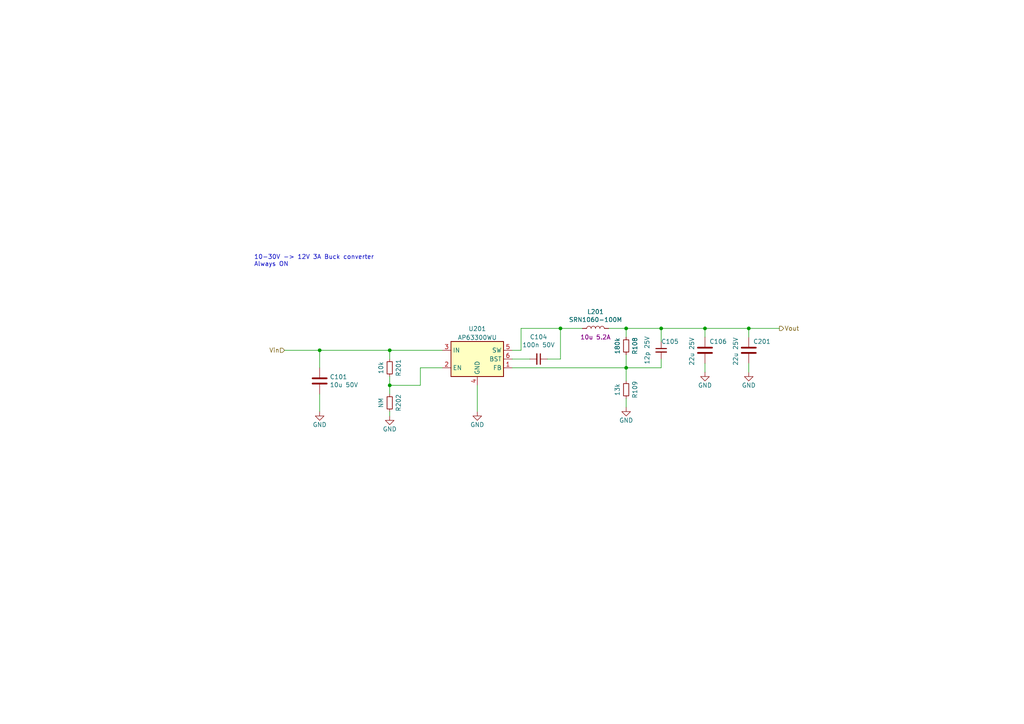
<source format=kicad_sch>
(kicad_sch (version 20230121) (generator eeschema)
  (paper "A4")
  (lib_symbols
    (symbol "Device:C" (pin_numbers hide) (pin_names (offset 0.254))
      (property "Reference" "C" (at 0.635 2.54 0))
      (property "Value" "C" (at 0.635 -2.54 0))
      (symbol "C_0_1"
        (polyline (pts (xy -2.032 -0.762) (xy 2.032 -0.762)) (stroke (width 0.508)))
        (polyline (pts (xy -2.032 0.762) (xy 2.032 0.762)) (stroke (width 0.508)))
      )
      (symbol "C_1_1"
        (pin passive line (at 0 3.81 270) (length 2.794) (name "~") (number "1"))
        (pin passive line (at 0 -3.81 90) (length 2.794) (name "~") (number "2"))
      )
    )
    (symbol "Device:C_Small" (pin_numbers hide) (pin_names (offset 0.254) hide)
      (property "Reference" "C" (at 0.254 1.778 0))
      (property "Value" "C_Small" (at 0.254 -2.032 0))
      (symbol "C_Small_0_1"
        (polyline (pts (xy -1.524 -0.508) (xy 1.524 -0.508)) (stroke (width 0.3302)))
        (polyline (pts (xy -1.524 0.508) (xy 1.524 0.508)) (stroke (width 0.3048)))
      )
      (symbol "C_Small_1_1"
        (pin passive line (at 0 2.54 270) (length 2.032) (name "~") (number "1"))
        (pin passive line (at 0 -2.54 90) (length 2.032) (name "~") (number "2"))
      )
    )
    (symbol "Device:L" (pin_numbers hide) (pin_names (offset 1.016) hide)
      (property "Reference" "L" (at -1.27 0 90))
      (property "Value" "L" (at 1.905 0 90))
      (symbol "L_0_1"
        (arc (start 0 -2.54) (mid 0.6323 -1.905) (end 0 -1.27))
        (arc (start 0 -1.27) (mid 0.6323 -0.635) (end 0 0))
        (arc (start 0 0) (mid 0.6323 0.635) (end 0 1.27))
        (arc (start 0 1.27) (mid 0.6323 1.905) (end 0 2.54))
      )
      (symbol "L_1_1"
        (pin passive line (at 0 3.81 270) (length 1.27) (name "1") (number "1"))
        (pin passive line (at 0 -3.81 90) (length 1.27) (name "2") (number "2"))
      )
    )
    (symbol "Device:R_Small" (pin_numbers hide) (pin_names (offset 0.254) hide)
      (property "Reference" "R" (at 0.762 0.508 0))
      (property "Value" "R_Small" (at 0.762 -1.016 0))
      (symbol "R_Small_0_1"
        (rectangle (start -0.762 1.778) (end 0.762 -1.778) (stroke (width 0.2032)))
      )
      (symbol "R_Small_1_1"
        (pin passive line (at 0 2.54 270) (length 0.762) (name "~") (number "1"))
        (pin passive line (at 0 -2.54 90) (length 0.762) (name "~") (number "2"))
      )
    )
    (symbol "Regulator_Switching:AP63200WU"
      (property "Reference" "U" (at -7.62 6.35 0))
      (property "Value" "AP63200WU" (at 2.54 6.35 0))
      (symbol "AP63200WU_0_1"
        (rectangle (start -7.62 5.08) (end 7.62 -5.08) (stroke (width 0.254)) (fill (type background)))
      )
      (symbol "AP63200WU_1_1"
        (pin input line (at 10.16 -2.54 180) (length 2.54) (name "FB") (number "1"))
        (pin input line (at -10.16 -2.54 0) (length 2.54) (name "EN") (number "2"))
        (pin power_in line (at -10.16 2.54 0) (length 2.54) (name "IN") (number "3"))
        (pin power_in line (at 0 -7.62 90) (length 2.54) (name "GND") (number "4"))
        (pin output line (at 10.16 2.54 180) (length 2.54) (name "SW") (number "5"))
        (pin passive line (at 10.16 0 180) (length 2.54) (name "BST") (number "6"))
      )
    )
    (symbol "power:GND" (power) (pin_names (offset 0))
      (property "Value" "GND" (at 0 -3.81 0))
      (symbol "GND_0_1"
        (polyline (pts (xy 0 0) (xy 0 -1.27) (xy 1.27 -1.27) (xy 0 -2.54) (xy -1.27 -1.27) (xy 0 -1.27)))
      )
      (symbol "GND_1_1"
        (pin power_in line (at 0 0 270) (length 0) hide (name "GND") (number "1"))
      )
    )
  )
  (junction (at 92.71 101.6))
  (junction (at 181.61 95.25))
  (junction (at 217.17 95.25))
  (junction (at 113.03 111.76))
  (junction (at 181.61 106.68))
  (junction (at 204.47 95.25))
  (junction (at 113.03 101.6))
  (junction (at 191.77 95.25))
  (junction (at 162.56 95.25))
  (wire (pts (xy 153.67 104.14) (xy 148.59 104.14)))
  (wire (pts (xy 162.56 104.14) (xy 158.75 104.14)))
  (wire (pts (xy 121.92 111.76) (xy 121.92 106.68)))
  (wire (pts (xy 217.17 95.25) (xy 217.17 97.79)))
  (wire (pts (xy 168.91 95.25) (xy 162.56 95.25)))
  (wire (pts (xy 113.03 120.65) (xy 113.03 119.38)))
  (wire (pts (xy 151.13 101.6) (xy 151.13 95.25)))
  (wire (pts (xy 113.03 109.22) (xy 113.03 111.76)))
  (wire (pts (xy 204.47 95.25) (xy 217.17 95.25)))
  (wire (pts (xy 113.03 111.76) (xy 113.03 114.3)))
  (wire (pts (xy 82.55 101.6) (xy 92.71 101.6)))
  (wire (pts (xy 121.92 106.68) (xy 128.27 106.68)))
  (wire (pts (xy 181.61 115.57) (xy 181.61 118.11)))
  (wire (pts (xy 204.47 107.95) (xy 204.47 105.41)))
  (wire (pts (xy 191.77 106.68) (xy 181.61 106.68)))
  (wire (pts (xy 148.59 106.68) (xy 181.61 106.68)))
  (wire (pts (xy 181.61 106.68) (xy 181.61 110.49)))
  (wire (pts (xy 181.61 97.79) (xy 181.61 95.25)))
  (wire (pts (xy 191.77 95.25) (xy 191.77 99.06)))
  (wire (pts (xy 151.13 95.25) (xy 162.56 95.25)))
  (wire (pts (xy 217.17 107.95) (xy 217.17 105.41)))
  (wire (pts (xy 138.43 111.76) (xy 138.43 119.38)))
  (wire (pts (xy 176.53 95.25) (xy 181.61 95.25)))
  (wire (pts (xy 204.47 95.25) (xy 204.47 97.79)))
  (wire (pts (xy 92.71 106.68) (xy 92.71 101.6)))
  (wire (pts (xy 113.03 104.14) (xy 113.03 101.6)))
  (wire (pts (xy 148.59 101.6) (xy 151.13 101.6)))
  (wire (pts (xy 191.77 104.14) (xy 191.77 106.68)))
  (wire (pts (xy 92.71 101.6) (xy 113.03 101.6)))
  (wire (pts (xy 191.77 95.25) (xy 204.47 95.25)))
  (wire (pts (xy 92.71 114.3) (xy 92.71 119.38)))
  (wire (pts (xy 217.17 95.25) (xy 226.06 95.25)))
  (wire (pts (xy 113.03 101.6) (xy 128.27 101.6)))
  (wire (pts (xy 162.56 95.25) (xy 162.56 104.14)))
  (wire (pts (xy 113.03 111.76) (xy 121.92 111.76)))
  (wire (pts (xy 181.61 102.87) (xy 181.61 106.68)))
  (wire (pts (xy 181.61 95.25) (xy 191.77 95.25)))
  (text "10-30V -> 12V 3A Buck converter\nAlways ON" (at 73.66 77.47 0) (effects (font (size 1.27 1.27)) (justify left bottom)))
  (hierarchical_label "Vout" (shape output) (at 226.06 95.25 0))
  (hierarchical_label "Vin" (shape input) (at 82.55 101.6 180))
  (symbol (lib_id "power:GND") (at 138.43 119.38 0) (unit 1)
    (property "Reference" "#PWR0117" (effects hide))
    (property "Value" "GND" (at 138.43 123.19 0))
  )
  (symbol (lib_id "Device:C") (at 92.71 110.49 0) (mirror y) (unit 1)
    (property "Reference" "C101" (at 95.631 109.3216 0) (effects (justify right)))
    (property "Value" "10u 50V" (at 95.631 111.633 0) (effects (justify right)))
    (property "Footprint" "Capacitor_SMD:C_1206_3216Metric" (effects hide))
  )
  (symbol (lib_id "power:GND") (at 92.71 119.38 0) (unit 1)
    (property "Reference" "#PWR0103" (effects hide))
    (property "Value" "GND" (at 92.71 123.19 0))
  )
  (symbol (lib_id "Device:C_Small") (at 156.21 104.14 270) (unit 1)
    (property "Reference" "C104" (at 156.21 97.7392 90))
    (property "Value" "100n 50V" (at 156.21 100.0506 90))
    (property "Footprint" "Capacitor_SMD:C_0603_1608Metric" (effects hide))
  )
  (symbol (lib_id "Device:C") (at 204.47 101.6 0) (mirror y) (unit 1)
    (property "Reference" "C106" (at 205.74 99.06 0) (effects (justify right)))
    (property "Value" "22u 25V" (at 200.66 97.79 90) (effects (justify right)))
    (property "Footprint" "Capacitor_SMD:C_1206_3216Metric" (effects hide))
  )
  (symbol (lib_id "power:GND") (at 204.47 107.95 0) (unit 1)
    (property "Reference" "#PWR0119" (effects hide))
    (property "Value" "GND" (at 204.47 111.76 0))
  )
  (symbol (lib_id "Device:R_Small") (at 181.61 100.33 180) (unit 1)
    (property "Reference" "R108" (at 184.15 100.33 90))
    (property "Value" "180k" (at 179.07 100.33 90))
    (property "Footprint" "Resistor_SMD:R_0603_1608Metric" (effects hide))
  )
  (symbol (lib_id "Device:R_Small") (at 181.61 113.03 180) (unit 1)
    (property "Reference" "R109" (at 184.15 113.03 90))
    (property "Value" "13k" (at 179.07 113.03 90))
    (property "Footprint" "Resistor_SMD:R_0603_1608Metric" (effects hide))
  )
  (symbol (lib_id "power:GND") (at 181.61 118.11 0) (unit 1)
    (property "Reference" "#PWR0118" (effects hide))
    (property "Value" "GND" (at 181.61 121.92 0))
  )
  (symbol (lib_id "Device:C_Small") (at 191.77 101.6 0) (unit 1)
    (property "Reference" "C105" (at 194.31 99.06 0))
    (property "Value" "12p 25V" (at 187.6806 101.6 90))
    (property "Footprint" "Capacitor_SMD:C_0603_1608Metric" (effects hide))
  )
  (symbol (lib_id "Regulator_Switching:AP63200WU") (at 138.43 104.14 0) (unit 1)
    (property "Reference" "U201" (at 138.43 95.3602 0))
    (property "Value" "AP63300WU" (at 138.43 97.8971 0))
    (property "Footprint" "Package_TO_SOT_SMD:TSOT-23-6" (effects hide))
    (property "Datasheet" "https://www.diodes.com/assets/Datasheets/AP63300-AP63301.pdf" (effects hide))
  )
  (symbol (lib_id "Device:R_Small") (at 113.03 116.84 180) (unit 1)
    (property "Reference" "R202" (at 115.57 116.84 90))
    (property "Value" "NM" (at 110.49 116.84 90))
    (property "Footprint" "Resistor_SMD:R_0603_1608Metric" (effects hide))
  )
  (symbol (lib_id "power:GND") (at 113.03 120.65 0) (unit 1)
    (property "Reference" "#PWR0104" (effects hide))
    (property "Value" "GND" (at 113.03 124.46 0))
  )
  (symbol (lib_id "Device:L") (at 172.72 95.25 90) (unit 1)
    (property "Reference" "L201" (at 172.72 90.424 90))
    (property "Value" "SRN1060-100M" (at 172.72 92.7354 90))
    (property "Footprint" "Inductor_SMD:L_Bourns-SRN1060" (effects hide))
    (property "Datasheet" "https://www.mouser.pl/datasheet/2/54/SRN1060-1391513.pdf" (effects hide))
    (property "Comment" "10u 5.2A" (at 172.72 97.79 90))
  )
  (symbol (lib_id "power:GND") (at 217.17 107.95 0) (unit 1)
    (property "Reference" "#PWR0105" (effects hide))
    (property "Value" "GND" (at 217.17 111.76 0))
  )
  (symbol (lib_id "Device:C") (at 217.17 101.6 0) (mirror y) (unit 1)
    (property "Reference" "C201" (at 218.44 99.06 0) (effects (justify right)))
    (property "Value" "22u 25V" (at 213.36 97.79 90) (effects (justify right)))
    (property "Footprint" "Capacitor_SMD:C_1206_3216Metric" (effects hide))
  )
  (symbol (lib_id "Device:R_Small") (at 113.03 106.68 180) (unit 1)
    (property "Reference" "R201" (at 115.57 106.68 90))
    (property "Value" "10k" (at 110.49 106.68 90))
    (property "Footprint" "Resistor_SMD:R_0603_1608Metric" (effects hide))
  )
)
</source>
